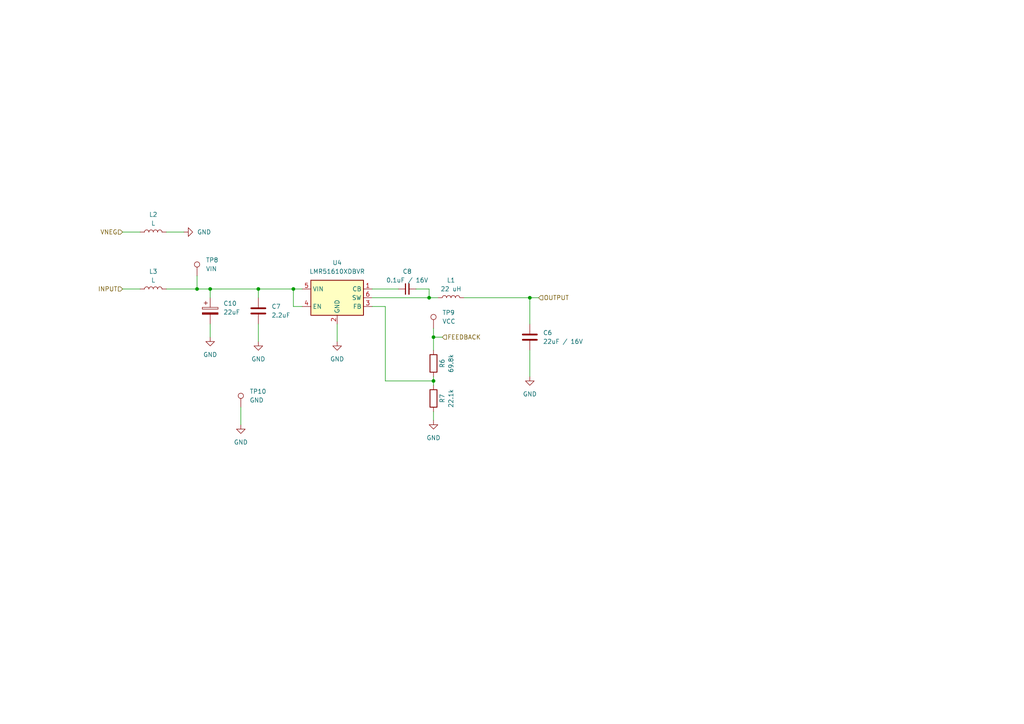
<source format=kicad_sch>
(kicad_sch (version 20230121) (generator eeschema)
  (paper "A4")
  (lib_symbols
    (symbol "Connector:TestPoint" (pin_numbers hide) (pin_names (offset 0.762) hide)
      (property "Reference" "TP" (at 0 6.858 0))
      (property "Value" "TestPoint" (at 0 5.08 0))
      (symbol "TestPoint_0_1"
        (circle (center 0 3.302) (radius 0.762))
      )
      (symbol "TestPoint_1_1"
        (pin passive line (at 0 0 90) (length 2.54) (name "1") (number "1"))
      )
    )
    (symbol "Device:C" (pin_numbers hide) (pin_names (offset 0.254))
      (property "Reference" "C" (at 0.635 2.54 0))
      (property "Value" "C" (at 0.635 -2.54 0))
      (symbol "C_0_1"
        (polyline (pts (xy -2.032 -0.762) (xy 2.032 -0.762)) (stroke (width 0.508)))
        (polyline (pts (xy -2.032 0.762) (xy 2.032 0.762)) (stroke (width 0.508)))
      )
      (symbol "C_1_1"
        (pin passive line (at 0 3.81 270) (length 2.794) (name "~") (number "1"))
        (pin passive line (at 0 -3.81 90) (length 2.794) (name "~") (number "2"))
      )
    )
    (symbol "Device:C_Polarized" (pin_numbers hide) (pin_names (offset 0.254))
      (property "Reference" "C" (at 0.635 2.54 0))
      (property "Value" "C_Polarized" (at 0.635 -2.54 0))
      (symbol "C_Polarized_0_1"
        (rectangle (start -2.286 0.508) (end 2.286 1.016))
        (polyline (pts (xy -1.778 2.286) (xy -0.762 2.286)))
        (polyline (pts (xy -1.27 2.794) (xy -1.27 1.778)))
        (rectangle (start 2.286 -0.508) (end -2.286 -1.016) (fill (type outline)))
      )
      (symbol "C_Polarized_1_1"
        (pin passive line (at 0 3.81 270) (length 2.794) (name "~") (number "1"))
        (pin passive line (at 0 -3.81 90) (length 2.794) (name "~") (number "2"))
      )
    )
    (symbol "Device:C_Small" (pin_numbers hide) (pin_names (offset 0.254) hide)
      (property "Reference" "C" (at 0.254 1.778 0))
      (property "Value" "C_Small" (at 0.254 -2.032 0))
      (symbol "C_Small_0_1"
        (polyline (pts (xy -1.524 -0.508) (xy 1.524 -0.508)) (stroke (width 0.3302)))
        (polyline (pts (xy -1.524 0.508) (xy 1.524 0.508)) (stroke (width 0.3048)))
      )
      (symbol "C_Small_1_1"
        (pin passive line (at 0 2.54 270) (length 2.032) (name "~") (number "1"))
        (pin passive line (at 0 -2.54 90) (length 2.032) (name "~") (number "2"))
      )
    )
    (symbol "Device:L" (pin_numbers hide) (pin_names (offset 1.016) hide)
      (property "Reference" "L" (at -1.27 0 90))
      (property "Value" "L" (at 1.905 0 90))
      (symbol "L_0_1"
        (arc (start 0 -2.54) (mid 0.6323 -1.905) (end 0 -1.27))
        (arc (start 0 -1.27) (mid 0.6323 -0.635) (end 0 0))
        (arc (start 0 0) (mid 0.6323 0.635) (end 0 1.27))
        (arc (start 0 1.27) (mid 0.6323 1.905) (end 0 2.54))
      )
      (symbol "L_1_1"
        (pin passive line (at 0 3.81 270) (length 1.27) (name "1") (number "1"))
        (pin passive line (at 0 -3.81 90) (length 1.27) (name "2") (number "2"))
      )
    )
    (symbol "Device:R" (pin_numbers hide) (pin_names (offset 0))
      (property "Reference" "R" (at 2.032 0 90))
      (property "Value" "R" (at 0 0 90))
      (symbol "R_0_1"
        (rectangle (start -1.016 -2.54) (end 1.016 2.54) (stroke (width 0.254)))
      )
      (symbol "R_1_1"
        (pin passive line (at 0 3.81 270) (length 1.27) (name "~") (number "1"))
        (pin passive line (at 0 -3.81 90) (length 1.27) (name "~") (number "2"))
      )
    )
    (symbol "lmr51606:LMR51606"
      (property "Reference" "U4" (at 0 10.16 0))
      (property "Value" "LMR51610XDBVR" (at 0 7.62 0))
      (symbol "LMR51606_0_1"
        (rectangle (start -7.62 5.08) (end 7.62 -5.08) (stroke (width 0.254)) (fill (type background)))
      )
      (symbol "LMR51606_1_1"
        (pin passive line (at 10.16 2.54 180) (length 2.54) (name "CB") (number "1"))
        (pin power_in line (at 0 -7.62 90) (length 2.54) (name "GND") (number "2"))
        (pin input line (at 10.16 -2.54 180) (length 2.54) (name "FB") (number "3"))
        (pin input line (at -10.16 -2.54 0) (length 2.54) (name "EN") (number "4"))
        (pin power_in line (at -10.16 2.54 0) (length 2.54) (name "VIN") (number "5"))
        (pin power_out line (at 10.16 0 180) (length 2.54) (name "SW") (number "6"))
      )
    )
    (symbol "power:GND" (power) (pin_names (offset 0))
      (property "Value" "GND" (at 0 -3.81 0))
      (symbol "GND_0_1"
        (polyline (pts (xy 0 0) (xy 0 -1.27) (xy 1.27 -1.27) (xy 0 -2.54) (xy -1.27 -1.27) (xy 0 -1.27)))
      )
      (symbol "GND_1_1"
        (pin power_in line (at 0 0 270) (length 0) hide (name "GND") (number "1"))
      )
    )
  )
  (junction (at 125.73 110.49))
  (junction (at 124.46 86.36))
  (junction (at 74.93 83.82))
  (junction (at 85.09 83.82))
  (junction (at 153.67 86.36))
  (junction (at 57.15 83.82))
  (junction (at 125.73 97.79))
  (junction (at 60.96 83.82))
  (wire (pts (xy 60.96 83.82) (xy 74.93 83.82)))
  (wire (pts (xy 48.26 67.31) (xy 53.34 67.31)))
  (wire (pts (xy 125.73 109.22) (xy 125.73 110.49)))
  (wire (pts (xy 111.76 88.9) (xy 107.95 88.9)))
  (wire (pts (xy 74.93 83.82) (xy 74.93 86.36)))
  (wire (pts (xy 74.93 93.98) (xy 74.93 99.06)))
  (wire (pts (xy 60.96 93.98) (xy 60.96 97.79)))
  (wire (pts (xy 69.85 118.11) (xy 69.85 123.19)))
  (wire (pts (xy 35.56 67.31) (xy 40.64 67.31)))
  (wire (pts (xy 153.67 86.36) (xy 153.67 93.98)))
  (wire (pts (xy 48.26 83.82) (xy 57.15 83.82)))
  (wire (pts (xy 35.56 83.82) (xy 40.64 83.82)))
  (wire (pts (xy 134.62 86.36) (xy 153.67 86.36)))
  (wire (pts (xy 111.76 110.49) (xy 125.73 110.49)))
  (wire (pts (xy 111.76 88.9) (xy 111.76 110.49)))
  (wire (pts (xy 124.46 86.36) (xy 127 86.36)))
  (wire (pts (xy 124.46 86.36) (xy 124.46 83.82)))
  (wire (pts (xy 107.95 86.36) (xy 124.46 86.36)))
  (wire (pts (xy 57.15 83.82) (xy 60.96 83.82)))
  (wire (pts (xy 97.79 93.98) (xy 97.79 99.06)))
  (wire (pts (xy 85.09 83.82) (xy 87.63 83.82)))
  (wire (pts (xy 74.93 83.82) (xy 85.09 83.82)))
  (wire (pts (xy 125.73 110.49) (xy 125.73 111.76)))
  (wire (pts (xy 60.96 83.82) (xy 60.96 86.36)))
  (wire (pts (xy 124.46 83.82) (xy 120.65 83.82)))
  (wire (pts (xy 125.73 101.6) (xy 125.73 97.79)))
  (wire (pts (xy 125.73 97.79) (xy 128.27 97.79)))
  (wire (pts (xy 153.67 86.36) (xy 156.21 86.36)))
  (wire (pts (xy 125.73 119.38) (xy 125.73 121.92)))
  (wire (pts (xy 87.63 88.9) (xy 85.09 88.9)))
  (wire (pts (xy 85.09 88.9) (xy 85.09 83.82)))
  (wire (pts (xy 153.67 101.6) (xy 153.67 109.22)))
  (wire (pts (xy 125.73 95.25) (xy 125.73 97.79)))
  (wire (pts (xy 107.95 83.82) (xy 115.57 83.82)))
  (wire (pts (xy 57.15 80.01) (xy 57.15 83.82)))
  (hierarchical_label "OUTPUT" (shape input) (at 156.21 86.36 0))
  (hierarchical_label "FEEDBACK" (shape input) (at 128.27 97.79 0))
  (hierarchical_label "VNEG" (shape input) (at 35.56 67.31 180))
  (hierarchical_label "INPUT" (shape input) (at 35.56 83.82 180))
  (symbol (lib_id "power:GND") (at 60.96 97.79 0) (unit 1)
    (property "Reference" "#PWR021" (effects hide))
    (property "Value" "GND" (at 60.96 102.87 0))
  )
  (symbol (lib_id "Device:C_Small") (at 118.11 83.82 90) (unit 1)
    (property "Reference" "C8" (at 118.11 78.74 90))
    (property "Value" "0.1uF / 16V" (at 118.11 81.28 90))
    (property "Footprint" "Capacitor_SMD:C_1206_3216Metric_Pad1.33x1.80mm_HandSolder" (effects hide))
  )
  (symbol (lib_id "Device:L") (at 44.45 67.31 90) (unit 1)
    (property "Reference" "L2" (at 44.45 62.23 90))
    (property "Value" "L" (at 44.45 64.77 90))
    (property "Footprint" "Inductor_SMD:L_2512_6332Metric_Pad1.52x3.35mm_HandSolder" (effects hide))
  )
  (symbol (lib_id "Device:C_Polarized") (at 60.96 90.17 0) (unit 1)
    (property "Reference" "C10" (at 64.77 88.011 0) (effects (justify left)))
    (property "Value" "22uF" (at 64.77 90.551 0) (effects (justify left)))
    (property "Footprint" "Capacitor_SMD:CP_Elec_8x10" (effects hide))
  )
  (symbol (lib_id "Device:L") (at 130.81 86.36 90) (unit 1)
    (property "Reference" "L1" (at 130.81 81.28 90))
    (property "Value" "22 uH" (at 130.81 83.82 90))
    (property "Footprint" "Inductor_SMD:L_Bourns_SRN6045TA" (effects hide))
  )
  (symbol (lib_id "lmr51606:LMR51606") (at 97.79 86.36 0) (unit 1)
    (property "Reference" "U4" (at 97.79 76.2 0))
    (property "Value" "LMR51610XDBVR" (at 97.79 78.74 0))
    (property "Footprint" "Package_TO_SOT_SMD:SOT-23-6" (effects hide))
    (property "Datasheet" "https://www.ti.com/lit/ds/symlink/lmr51606.pdf" (effects hide))
  )
  (symbol (lib_id "Device:C") (at 153.67 97.79 0) (unit 1)
    (property "Reference" "C6" (at 157.48 96.52 0) (effects (justify left)))
    (property "Value" "22uF / 16V" (at 157.48 99.06 0) (effects (justify left)))
    (property "Footprint" "Capacitor_SMD:C_1210_3225Metric_Pad1.33x2.70mm_HandSolder" (effects hide))
  )
  (symbol (lib_id "Connector:TestPoint") (at 57.15 80.01 0) (unit 1)
    (property "Reference" "TP8" (at 59.69 75.438 0) (effects (justify left)))
    (property "Value" "VIN" (at 59.69 77.978 0) (effects (justify left)))
    (property "Footprint" "TestPoint:TestPoint_Loop_D2.50mm_Drill1.0mm" (effects hide))
  )
  (symbol (lib_id "power:GND") (at 69.85 123.19 0) (unit 1)
    (property "Reference" "#PWR019" (effects hide))
    (property "Value" "GND" (at 69.85 128.27 0))
  )
  (symbol (lib_id "Device:R") (at 125.73 115.57 0) (mirror y) (unit 1)
    (property "Reference" "R7" (at 128.27 115.57 90))
    (property "Value" "22.1k" (at 130.81 115.57 90))
    (property "Footprint" "Resistor_SMD:R_1206_3216Metric_Pad1.30x1.75mm_HandSolder" (effects hide))
  )
  (symbol (lib_id "power:GND") (at 97.79 99.06 0) (unit 1)
    (property "Reference" "#PWR038" (effects hide))
    (property "Value" "GND" (at 97.79 104.14 0))
  )
  (symbol (lib_id "power:GND") (at 153.67 109.22 0) (unit 1)
    (property "Reference" "#PWR018" (effects hide))
    (property "Value" "GND" (at 153.67 114.3 0))
  )
  (symbol (lib_id "Device:L") (at 44.45 83.82 90) (unit 1)
    (property "Reference" "L3" (at 44.45 78.74 90))
    (property "Value" "L" (at 44.45 81.28 90))
    (property "Footprint" "Inductor_SMD:L_2512_6332Metric_Pad1.52x3.35mm_HandSolder" (effects hide))
  )
  (symbol (lib_id "power:GND") (at 53.34 67.31 90) (unit 1)
    (property "Reference" "#PWR01" (effects hide))
    (property "Value" "GND" (at 57.15 67.31 90) (effects (justify right)))
  )
  (symbol (lib_id "Connector:TestPoint") (at 69.85 118.11 0) (unit 1)
    (property "Reference" "TP10" (at 72.39 113.538 0) (effects (justify left)))
    (property "Value" "GND" (at 72.39 116.078 0) (effects (justify left)))
    (property "Footprint" "TestPoint:TestPoint_Loop_D2.50mm_Drill1.0mm" (effects hide))
  )
  (symbol (lib_id "Device:C") (at 74.93 90.17 0) (unit 1)
    (property "Reference" "C7" (at 78.74 88.9 0) (effects (justify left)))
    (property "Value" "2.2uF" (at 78.74 91.44 0) (effects (justify left)))
    (property "Footprint" "Capacitor_SMD:C_1206_3216Metric_Pad1.33x1.80mm_HandSolder" (effects hide))
  )
  (symbol (lib_id "Connector:TestPoint") (at 125.73 95.25 0) (unit 1)
    (property "Reference" "TP9" (at 128.27 90.678 0) (effects (justify left)))
    (property "Value" "VCC" (at 128.27 93.218 0) (effects (justify left)))
    (property "Footprint" "TestPoint:TestPoint_Loop_D2.50mm_Drill1.0mm" (effects hide))
  )
  (symbol (lib_id "Device:R") (at 125.73 105.41 0) (mirror y) (unit 1)
    (property "Reference" "R6" (at 128.27 105.41 90))
    (property "Value" "69.8k" (at 130.81 105.41 90))
    (property "Footprint" "Resistor_SMD:R_1206_3216Metric_Pad1.30x1.75mm_HandSolder" (effects hide))
  )
  (symbol (lib_id "power:GND") (at 125.73 121.92 0) (unit 1)
    (property "Reference" "#PWR017" (effects hide))
    (property "Value" "GND" (at 125.73 127 0))
  )
  (symbol (lib_id "power:GND") (at 74.93 99.06 0) (unit 1)
    (property "Reference" "#PWR020" (effects hide))
    (property "Value" "GND" (at 74.93 104.14 0))
  )
)
</source>
